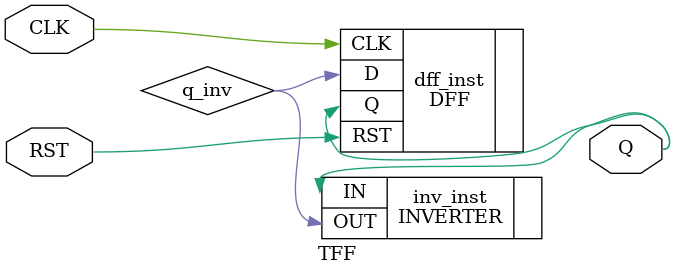
<source format=v>
module TFF (Q, CLK, RST);
// list of input
input CLK, RST;
// list of output
output Q;

wire q_inv;

DFF dff_inst (.Q(Q), .D(q_inv), .CLK(CLK), .RST(RST));
INVERTER inv_inst(.OUT(q_inv), .IN(Q));

endmodule

</source>
